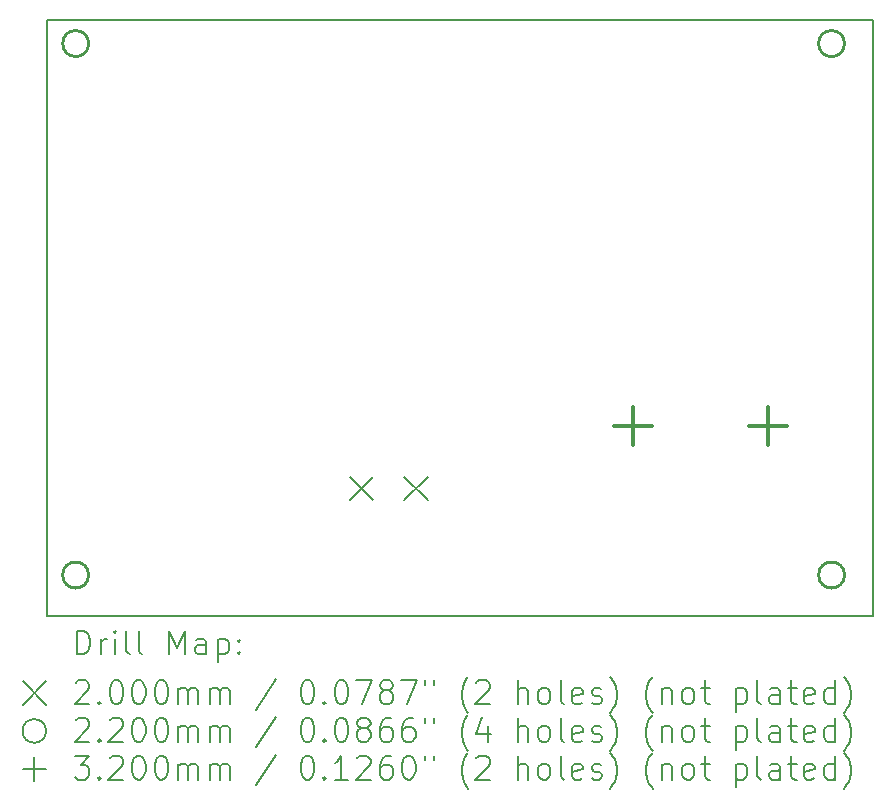
<source format=gbr>
%TF.GenerationSoftware,KiCad,Pcbnew,8.0.1*%
%TF.CreationDate,2024-05-05T16:58:02-04:00*%
%TF.ProjectId,arm,61726d2e-6b69-4636-9164-5f7063625858,rev?*%
%TF.SameCoordinates,Original*%
%TF.FileFunction,Drillmap*%
%TF.FilePolarity,Positive*%
%FSLAX45Y45*%
G04 Gerber Fmt 4.5, Leading zero omitted, Abs format (unit mm)*
G04 Created by KiCad (PCBNEW 8.0.1) date 2024-05-05 16:58:02*
%MOMM*%
%LPD*%
G01*
G04 APERTURE LIST*
%ADD10C,0.200000*%
%ADD11C,0.220000*%
%ADD12C,0.320000*%
G04 APERTURE END LIST*
D10*
X7210000Y-6700000D02*
X14200000Y-6700000D01*
X14200000Y-11750000D01*
X7210000Y-11750000D01*
X7210000Y-6700000D01*
X9770000Y-10567500D02*
X9970000Y-10767500D01*
X9970000Y-10567500D02*
X9770000Y-10767500D01*
X10230000Y-10567500D02*
X10430000Y-10767500D01*
X10430000Y-10567500D02*
X10230000Y-10767500D01*
D11*
X7560000Y-6900000D02*
G75*
G02*
X7340000Y-6900000I-110000J0D01*
G01*
X7340000Y-6900000D02*
G75*
G02*
X7560000Y-6900000I110000J0D01*
G01*
X7560000Y-11400000D02*
G75*
G02*
X7340000Y-11400000I-110000J0D01*
G01*
X7340000Y-11400000D02*
G75*
G02*
X7560000Y-11400000I110000J0D01*
G01*
X13960000Y-6900000D02*
G75*
G02*
X13740000Y-6900000I-110000J0D01*
G01*
X13740000Y-6900000D02*
G75*
G02*
X13960000Y-6900000I110000J0D01*
G01*
X13960000Y-11400000D02*
G75*
G02*
X13740000Y-11400000I-110000J0D01*
G01*
X13740000Y-11400000D02*
G75*
G02*
X13960000Y-11400000I110000J0D01*
G01*
D12*
X12169000Y-9979000D02*
X12169000Y-10299000D01*
X12009000Y-10139000D02*
X12329000Y-10139000D01*
X13312000Y-9979000D02*
X13312000Y-10299000D01*
X13152000Y-10139000D02*
X13472000Y-10139000D01*
D10*
X7460777Y-12071484D02*
X7460777Y-11871484D01*
X7460777Y-11871484D02*
X7508396Y-11871484D01*
X7508396Y-11871484D02*
X7536967Y-11881008D01*
X7536967Y-11881008D02*
X7556015Y-11900055D01*
X7556015Y-11900055D02*
X7565539Y-11919103D01*
X7565539Y-11919103D02*
X7575062Y-11957198D01*
X7575062Y-11957198D02*
X7575062Y-11985769D01*
X7575062Y-11985769D02*
X7565539Y-12023865D01*
X7565539Y-12023865D02*
X7556015Y-12042912D01*
X7556015Y-12042912D02*
X7536967Y-12061960D01*
X7536967Y-12061960D02*
X7508396Y-12071484D01*
X7508396Y-12071484D02*
X7460777Y-12071484D01*
X7660777Y-12071484D02*
X7660777Y-11938150D01*
X7660777Y-11976246D02*
X7670301Y-11957198D01*
X7670301Y-11957198D02*
X7679824Y-11947674D01*
X7679824Y-11947674D02*
X7698872Y-11938150D01*
X7698872Y-11938150D02*
X7717920Y-11938150D01*
X7784586Y-12071484D02*
X7784586Y-11938150D01*
X7784586Y-11871484D02*
X7775062Y-11881008D01*
X7775062Y-11881008D02*
X7784586Y-11890531D01*
X7784586Y-11890531D02*
X7794110Y-11881008D01*
X7794110Y-11881008D02*
X7784586Y-11871484D01*
X7784586Y-11871484D02*
X7784586Y-11890531D01*
X7908396Y-12071484D02*
X7889348Y-12061960D01*
X7889348Y-12061960D02*
X7879824Y-12042912D01*
X7879824Y-12042912D02*
X7879824Y-11871484D01*
X8013158Y-12071484D02*
X7994110Y-12061960D01*
X7994110Y-12061960D02*
X7984586Y-12042912D01*
X7984586Y-12042912D02*
X7984586Y-11871484D01*
X8241729Y-12071484D02*
X8241729Y-11871484D01*
X8241729Y-11871484D02*
X8308396Y-12014341D01*
X8308396Y-12014341D02*
X8375062Y-11871484D01*
X8375062Y-11871484D02*
X8375062Y-12071484D01*
X8556015Y-12071484D02*
X8556015Y-11966722D01*
X8556015Y-11966722D02*
X8546491Y-11947674D01*
X8546491Y-11947674D02*
X8527444Y-11938150D01*
X8527444Y-11938150D02*
X8489348Y-11938150D01*
X8489348Y-11938150D02*
X8470301Y-11947674D01*
X8556015Y-12061960D02*
X8536967Y-12071484D01*
X8536967Y-12071484D02*
X8489348Y-12071484D01*
X8489348Y-12071484D02*
X8470301Y-12061960D01*
X8470301Y-12061960D02*
X8460777Y-12042912D01*
X8460777Y-12042912D02*
X8460777Y-12023865D01*
X8460777Y-12023865D02*
X8470301Y-12004817D01*
X8470301Y-12004817D02*
X8489348Y-11995293D01*
X8489348Y-11995293D02*
X8536967Y-11995293D01*
X8536967Y-11995293D02*
X8556015Y-11985769D01*
X8651253Y-11938150D02*
X8651253Y-12138150D01*
X8651253Y-11947674D02*
X8670301Y-11938150D01*
X8670301Y-11938150D02*
X8708396Y-11938150D01*
X8708396Y-11938150D02*
X8727444Y-11947674D01*
X8727444Y-11947674D02*
X8736967Y-11957198D01*
X8736967Y-11957198D02*
X8746491Y-11976246D01*
X8746491Y-11976246D02*
X8746491Y-12033388D01*
X8746491Y-12033388D02*
X8736967Y-12052436D01*
X8736967Y-12052436D02*
X8727444Y-12061960D01*
X8727444Y-12061960D02*
X8708396Y-12071484D01*
X8708396Y-12071484D02*
X8670301Y-12071484D01*
X8670301Y-12071484D02*
X8651253Y-12061960D01*
X8832205Y-12052436D02*
X8841729Y-12061960D01*
X8841729Y-12061960D02*
X8832205Y-12071484D01*
X8832205Y-12071484D02*
X8822682Y-12061960D01*
X8822682Y-12061960D02*
X8832205Y-12052436D01*
X8832205Y-12052436D02*
X8832205Y-12071484D01*
X8832205Y-11947674D02*
X8841729Y-11957198D01*
X8841729Y-11957198D02*
X8832205Y-11966722D01*
X8832205Y-11966722D02*
X8822682Y-11957198D01*
X8822682Y-11957198D02*
X8832205Y-11947674D01*
X8832205Y-11947674D02*
X8832205Y-11966722D01*
X7000000Y-12300000D02*
X7200000Y-12500000D01*
X7200000Y-12300000D02*
X7000000Y-12500000D01*
X7451253Y-12310531D02*
X7460777Y-12301008D01*
X7460777Y-12301008D02*
X7479824Y-12291484D01*
X7479824Y-12291484D02*
X7527443Y-12291484D01*
X7527443Y-12291484D02*
X7546491Y-12301008D01*
X7546491Y-12301008D02*
X7556015Y-12310531D01*
X7556015Y-12310531D02*
X7565539Y-12329579D01*
X7565539Y-12329579D02*
X7565539Y-12348627D01*
X7565539Y-12348627D02*
X7556015Y-12377198D01*
X7556015Y-12377198D02*
X7441729Y-12491484D01*
X7441729Y-12491484D02*
X7565539Y-12491484D01*
X7651253Y-12472436D02*
X7660777Y-12481960D01*
X7660777Y-12481960D02*
X7651253Y-12491484D01*
X7651253Y-12491484D02*
X7641729Y-12481960D01*
X7641729Y-12481960D02*
X7651253Y-12472436D01*
X7651253Y-12472436D02*
X7651253Y-12491484D01*
X7784586Y-12291484D02*
X7803634Y-12291484D01*
X7803634Y-12291484D02*
X7822682Y-12301008D01*
X7822682Y-12301008D02*
X7832205Y-12310531D01*
X7832205Y-12310531D02*
X7841729Y-12329579D01*
X7841729Y-12329579D02*
X7851253Y-12367674D01*
X7851253Y-12367674D02*
X7851253Y-12415293D01*
X7851253Y-12415293D02*
X7841729Y-12453388D01*
X7841729Y-12453388D02*
X7832205Y-12472436D01*
X7832205Y-12472436D02*
X7822682Y-12481960D01*
X7822682Y-12481960D02*
X7803634Y-12491484D01*
X7803634Y-12491484D02*
X7784586Y-12491484D01*
X7784586Y-12491484D02*
X7765539Y-12481960D01*
X7765539Y-12481960D02*
X7756015Y-12472436D01*
X7756015Y-12472436D02*
X7746491Y-12453388D01*
X7746491Y-12453388D02*
X7736967Y-12415293D01*
X7736967Y-12415293D02*
X7736967Y-12367674D01*
X7736967Y-12367674D02*
X7746491Y-12329579D01*
X7746491Y-12329579D02*
X7756015Y-12310531D01*
X7756015Y-12310531D02*
X7765539Y-12301008D01*
X7765539Y-12301008D02*
X7784586Y-12291484D01*
X7975062Y-12291484D02*
X7994110Y-12291484D01*
X7994110Y-12291484D02*
X8013158Y-12301008D01*
X8013158Y-12301008D02*
X8022682Y-12310531D01*
X8022682Y-12310531D02*
X8032205Y-12329579D01*
X8032205Y-12329579D02*
X8041729Y-12367674D01*
X8041729Y-12367674D02*
X8041729Y-12415293D01*
X8041729Y-12415293D02*
X8032205Y-12453388D01*
X8032205Y-12453388D02*
X8022682Y-12472436D01*
X8022682Y-12472436D02*
X8013158Y-12481960D01*
X8013158Y-12481960D02*
X7994110Y-12491484D01*
X7994110Y-12491484D02*
X7975062Y-12491484D01*
X7975062Y-12491484D02*
X7956015Y-12481960D01*
X7956015Y-12481960D02*
X7946491Y-12472436D01*
X7946491Y-12472436D02*
X7936967Y-12453388D01*
X7936967Y-12453388D02*
X7927443Y-12415293D01*
X7927443Y-12415293D02*
X7927443Y-12367674D01*
X7927443Y-12367674D02*
X7936967Y-12329579D01*
X7936967Y-12329579D02*
X7946491Y-12310531D01*
X7946491Y-12310531D02*
X7956015Y-12301008D01*
X7956015Y-12301008D02*
X7975062Y-12291484D01*
X8165539Y-12291484D02*
X8184586Y-12291484D01*
X8184586Y-12291484D02*
X8203634Y-12301008D01*
X8203634Y-12301008D02*
X8213158Y-12310531D01*
X8213158Y-12310531D02*
X8222682Y-12329579D01*
X8222682Y-12329579D02*
X8232205Y-12367674D01*
X8232205Y-12367674D02*
X8232205Y-12415293D01*
X8232205Y-12415293D02*
X8222682Y-12453388D01*
X8222682Y-12453388D02*
X8213158Y-12472436D01*
X8213158Y-12472436D02*
X8203634Y-12481960D01*
X8203634Y-12481960D02*
X8184586Y-12491484D01*
X8184586Y-12491484D02*
X8165539Y-12491484D01*
X8165539Y-12491484D02*
X8146491Y-12481960D01*
X8146491Y-12481960D02*
X8136967Y-12472436D01*
X8136967Y-12472436D02*
X8127443Y-12453388D01*
X8127443Y-12453388D02*
X8117920Y-12415293D01*
X8117920Y-12415293D02*
X8117920Y-12367674D01*
X8117920Y-12367674D02*
X8127443Y-12329579D01*
X8127443Y-12329579D02*
X8136967Y-12310531D01*
X8136967Y-12310531D02*
X8146491Y-12301008D01*
X8146491Y-12301008D02*
X8165539Y-12291484D01*
X8317920Y-12491484D02*
X8317920Y-12358150D01*
X8317920Y-12377198D02*
X8327443Y-12367674D01*
X8327443Y-12367674D02*
X8346491Y-12358150D01*
X8346491Y-12358150D02*
X8375063Y-12358150D01*
X8375063Y-12358150D02*
X8394110Y-12367674D01*
X8394110Y-12367674D02*
X8403634Y-12386722D01*
X8403634Y-12386722D02*
X8403634Y-12491484D01*
X8403634Y-12386722D02*
X8413158Y-12367674D01*
X8413158Y-12367674D02*
X8432205Y-12358150D01*
X8432205Y-12358150D02*
X8460777Y-12358150D01*
X8460777Y-12358150D02*
X8479825Y-12367674D01*
X8479825Y-12367674D02*
X8489348Y-12386722D01*
X8489348Y-12386722D02*
X8489348Y-12491484D01*
X8584586Y-12491484D02*
X8584586Y-12358150D01*
X8584586Y-12377198D02*
X8594110Y-12367674D01*
X8594110Y-12367674D02*
X8613158Y-12358150D01*
X8613158Y-12358150D02*
X8641729Y-12358150D01*
X8641729Y-12358150D02*
X8660777Y-12367674D01*
X8660777Y-12367674D02*
X8670301Y-12386722D01*
X8670301Y-12386722D02*
X8670301Y-12491484D01*
X8670301Y-12386722D02*
X8679825Y-12367674D01*
X8679825Y-12367674D02*
X8698872Y-12358150D01*
X8698872Y-12358150D02*
X8727444Y-12358150D01*
X8727444Y-12358150D02*
X8746491Y-12367674D01*
X8746491Y-12367674D02*
X8756015Y-12386722D01*
X8756015Y-12386722D02*
X8756015Y-12491484D01*
X9146491Y-12281960D02*
X8975063Y-12539103D01*
X9403634Y-12291484D02*
X9422682Y-12291484D01*
X9422682Y-12291484D02*
X9441729Y-12301008D01*
X9441729Y-12301008D02*
X9451253Y-12310531D01*
X9451253Y-12310531D02*
X9460777Y-12329579D01*
X9460777Y-12329579D02*
X9470301Y-12367674D01*
X9470301Y-12367674D02*
X9470301Y-12415293D01*
X9470301Y-12415293D02*
X9460777Y-12453388D01*
X9460777Y-12453388D02*
X9451253Y-12472436D01*
X9451253Y-12472436D02*
X9441729Y-12481960D01*
X9441729Y-12481960D02*
X9422682Y-12491484D01*
X9422682Y-12491484D02*
X9403634Y-12491484D01*
X9403634Y-12491484D02*
X9384587Y-12481960D01*
X9384587Y-12481960D02*
X9375063Y-12472436D01*
X9375063Y-12472436D02*
X9365539Y-12453388D01*
X9365539Y-12453388D02*
X9356015Y-12415293D01*
X9356015Y-12415293D02*
X9356015Y-12367674D01*
X9356015Y-12367674D02*
X9365539Y-12329579D01*
X9365539Y-12329579D02*
X9375063Y-12310531D01*
X9375063Y-12310531D02*
X9384587Y-12301008D01*
X9384587Y-12301008D02*
X9403634Y-12291484D01*
X9556015Y-12472436D02*
X9565539Y-12481960D01*
X9565539Y-12481960D02*
X9556015Y-12491484D01*
X9556015Y-12491484D02*
X9546491Y-12481960D01*
X9546491Y-12481960D02*
X9556015Y-12472436D01*
X9556015Y-12472436D02*
X9556015Y-12491484D01*
X9689348Y-12291484D02*
X9708396Y-12291484D01*
X9708396Y-12291484D02*
X9727444Y-12301008D01*
X9727444Y-12301008D02*
X9736968Y-12310531D01*
X9736968Y-12310531D02*
X9746491Y-12329579D01*
X9746491Y-12329579D02*
X9756015Y-12367674D01*
X9756015Y-12367674D02*
X9756015Y-12415293D01*
X9756015Y-12415293D02*
X9746491Y-12453388D01*
X9746491Y-12453388D02*
X9736968Y-12472436D01*
X9736968Y-12472436D02*
X9727444Y-12481960D01*
X9727444Y-12481960D02*
X9708396Y-12491484D01*
X9708396Y-12491484D02*
X9689348Y-12491484D01*
X9689348Y-12491484D02*
X9670301Y-12481960D01*
X9670301Y-12481960D02*
X9660777Y-12472436D01*
X9660777Y-12472436D02*
X9651253Y-12453388D01*
X9651253Y-12453388D02*
X9641729Y-12415293D01*
X9641729Y-12415293D02*
X9641729Y-12367674D01*
X9641729Y-12367674D02*
X9651253Y-12329579D01*
X9651253Y-12329579D02*
X9660777Y-12310531D01*
X9660777Y-12310531D02*
X9670301Y-12301008D01*
X9670301Y-12301008D02*
X9689348Y-12291484D01*
X9822682Y-12291484D02*
X9956015Y-12291484D01*
X9956015Y-12291484D02*
X9870301Y-12491484D01*
X10060777Y-12377198D02*
X10041729Y-12367674D01*
X10041729Y-12367674D02*
X10032206Y-12358150D01*
X10032206Y-12358150D02*
X10022682Y-12339103D01*
X10022682Y-12339103D02*
X10022682Y-12329579D01*
X10022682Y-12329579D02*
X10032206Y-12310531D01*
X10032206Y-12310531D02*
X10041729Y-12301008D01*
X10041729Y-12301008D02*
X10060777Y-12291484D01*
X10060777Y-12291484D02*
X10098872Y-12291484D01*
X10098872Y-12291484D02*
X10117920Y-12301008D01*
X10117920Y-12301008D02*
X10127444Y-12310531D01*
X10127444Y-12310531D02*
X10136968Y-12329579D01*
X10136968Y-12329579D02*
X10136968Y-12339103D01*
X10136968Y-12339103D02*
X10127444Y-12358150D01*
X10127444Y-12358150D02*
X10117920Y-12367674D01*
X10117920Y-12367674D02*
X10098872Y-12377198D01*
X10098872Y-12377198D02*
X10060777Y-12377198D01*
X10060777Y-12377198D02*
X10041729Y-12386722D01*
X10041729Y-12386722D02*
X10032206Y-12396246D01*
X10032206Y-12396246D02*
X10022682Y-12415293D01*
X10022682Y-12415293D02*
X10022682Y-12453388D01*
X10022682Y-12453388D02*
X10032206Y-12472436D01*
X10032206Y-12472436D02*
X10041729Y-12481960D01*
X10041729Y-12481960D02*
X10060777Y-12491484D01*
X10060777Y-12491484D02*
X10098872Y-12491484D01*
X10098872Y-12491484D02*
X10117920Y-12481960D01*
X10117920Y-12481960D02*
X10127444Y-12472436D01*
X10127444Y-12472436D02*
X10136968Y-12453388D01*
X10136968Y-12453388D02*
X10136968Y-12415293D01*
X10136968Y-12415293D02*
X10127444Y-12396246D01*
X10127444Y-12396246D02*
X10117920Y-12386722D01*
X10117920Y-12386722D02*
X10098872Y-12377198D01*
X10203634Y-12291484D02*
X10336968Y-12291484D01*
X10336968Y-12291484D02*
X10251253Y-12491484D01*
X10403634Y-12291484D02*
X10403634Y-12329579D01*
X10479825Y-12291484D02*
X10479825Y-12329579D01*
X10775063Y-12567674D02*
X10765539Y-12558150D01*
X10765539Y-12558150D02*
X10746491Y-12529579D01*
X10746491Y-12529579D02*
X10736968Y-12510531D01*
X10736968Y-12510531D02*
X10727444Y-12481960D01*
X10727444Y-12481960D02*
X10717920Y-12434341D01*
X10717920Y-12434341D02*
X10717920Y-12396246D01*
X10717920Y-12396246D02*
X10727444Y-12348627D01*
X10727444Y-12348627D02*
X10736968Y-12320055D01*
X10736968Y-12320055D02*
X10746491Y-12301008D01*
X10746491Y-12301008D02*
X10765539Y-12272436D01*
X10765539Y-12272436D02*
X10775063Y-12262912D01*
X10841730Y-12310531D02*
X10851253Y-12301008D01*
X10851253Y-12301008D02*
X10870301Y-12291484D01*
X10870301Y-12291484D02*
X10917920Y-12291484D01*
X10917920Y-12291484D02*
X10936968Y-12301008D01*
X10936968Y-12301008D02*
X10946491Y-12310531D01*
X10946491Y-12310531D02*
X10956015Y-12329579D01*
X10956015Y-12329579D02*
X10956015Y-12348627D01*
X10956015Y-12348627D02*
X10946491Y-12377198D01*
X10946491Y-12377198D02*
X10832206Y-12491484D01*
X10832206Y-12491484D02*
X10956015Y-12491484D01*
X11194110Y-12491484D02*
X11194110Y-12291484D01*
X11279825Y-12491484D02*
X11279825Y-12386722D01*
X11279825Y-12386722D02*
X11270301Y-12367674D01*
X11270301Y-12367674D02*
X11251253Y-12358150D01*
X11251253Y-12358150D02*
X11222682Y-12358150D01*
X11222682Y-12358150D02*
X11203634Y-12367674D01*
X11203634Y-12367674D02*
X11194110Y-12377198D01*
X11403634Y-12491484D02*
X11384587Y-12481960D01*
X11384587Y-12481960D02*
X11375063Y-12472436D01*
X11375063Y-12472436D02*
X11365539Y-12453388D01*
X11365539Y-12453388D02*
X11365539Y-12396246D01*
X11365539Y-12396246D02*
X11375063Y-12377198D01*
X11375063Y-12377198D02*
X11384587Y-12367674D01*
X11384587Y-12367674D02*
X11403634Y-12358150D01*
X11403634Y-12358150D02*
X11432206Y-12358150D01*
X11432206Y-12358150D02*
X11451253Y-12367674D01*
X11451253Y-12367674D02*
X11460777Y-12377198D01*
X11460777Y-12377198D02*
X11470301Y-12396246D01*
X11470301Y-12396246D02*
X11470301Y-12453388D01*
X11470301Y-12453388D02*
X11460777Y-12472436D01*
X11460777Y-12472436D02*
X11451253Y-12481960D01*
X11451253Y-12481960D02*
X11432206Y-12491484D01*
X11432206Y-12491484D02*
X11403634Y-12491484D01*
X11584587Y-12491484D02*
X11565539Y-12481960D01*
X11565539Y-12481960D02*
X11556015Y-12462912D01*
X11556015Y-12462912D02*
X11556015Y-12291484D01*
X11736968Y-12481960D02*
X11717920Y-12491484D01*
X11717920Y-12491484D02*
X11679825Y-12491484D01*
X11679825Y-12491484D02*
X11660777Y-12481960D01*
X11660777Y-12481960D02*
X11651253Y-12462912D01*
X11651253Y-12462912D02*
X11651253Y-12386722D01*
X11651253Y-12386722D02*
X11660777Y-12367674D01*
X11660777Y-12367674D02*
X11679825Y-12358150D01*
X11679825Y-12358150D02*
X11717920Y-12358150D01*
X11717920Y-12358150D02*
X11736968Y-12367674D01*
X11736968Y-12367674D02*
X11746491Y-12386722D01*
X11746491Y-12386722D02*
X11746491Y-12405769D01*
X11746491Y-12405769D02*
X11651253Y-12424817D01*
X11822682Y-12481960D02*
X11841730Y-12491484D01*
X11841730Y-12491484D02*
X11879825Y-12491484D01*
X11879825Y-12491484D02*
X11898872Y-12481960D01*
X11898872Y-12481960D02*
X11908396Y-12462912D01*
X11908396Y-12462912D02*
X11908396Y-12453388D01*
X11908396Y-12453388D02*
X11898872Y-12434341D01*
X11898872Y-12434341D02*
X11879825Y-12424817D01*
X11879825Y-12424817D02*
X11851253Y-12424817D01*
X11851253Y-12424817D02*
X11832206Y-12415293D01*
X11832206Y-12415293D02*
X11822682Y-12396246D01*
X11822682Y-12396246D02*
X11822682Y-12386722D01*
X11822682Y-12386722D02*
X11832206Y-12367674D01*
X11832206Y-12367674D02*
X11851253Y-12358150D01*
X11851253Y-12358150D02*
X11879825Y-12358150D01*
X11879825Y-12358150D02*
X11898872Y-12367674D01*
X11975063Y-12567674D02*
X11984587Y-12558150D01*
X11984587Y-12558150D02*
X12003634Y-12529579D01*
X12003634Y-12529579D02*
X12013158Y-12510531D01*
X12013158Y-12510531D02*
X12022682Y-12481960D01*
X12022682Y-12481960D02*
X12032206Y-12434341D01*
X12032206Y-12434341D02*
X12032206Y-12396246D01*
X12032206Y-12396246D02*
X12022682Y-12348627D01*
X12022682Y-12348627D02*
X12013158Y-12320055D01*
X12013158Y-12320055D02*
X12003634Y-12301008D01*
X12003634Y-12301008D02*
X11984587Y-12272436D01*
X11984587Y-12272436D02*
X11975063Y-12262912D01*
X12336968Y-12567674D02*
X12327444Y-12558150D01*
X12327444Y-12558150D02*
X12308396Y-12529579D01*
X12308396Y-12529579D02*
X12298872Y-12510531D01*
X12298872Y-12510531D02*
X12289349Y-12481960D01*
X12289349Y-12481960D02*
X12279825Y-12434341D01*
X12279825Y-12434341D02*
X12279825Y-12396246D01*
X12279825Y-12396246D02*
X12289349Y-12348627D01*
X12289349Y-12348627D02*
X12298872Y-12320055D01*
X12298872Y-12320055D02*
X12308396Y-12301008D01*
X12308396Y-12301008D02*
X12327444Y-12272436D01*
X12327444Y-12272436D02*
X12336968Y-12262912D01*
X12413158Y-12358150D02*
X12413158Y-12491484D01*
X12413158Y-12377198D02*
X12422682Y-12367674D01*
X12422682Y-12367674D02*
X12441730Y-12358150D01*
X12441730Y-12358150D02*
X12470301Y-12358150D01*
X12470301Y-12358150D02*
X12489349Y-12367674D01*
X12489349Y-12367674D02*
X12498872Y-12386722D01*
X12498872Y-12386722D02*
X12498872Y-12491484D01*
X12622682Y-12491484D02*
X12603634Y-12481960D01*
X12603634Y-12481960D02*
X12594111Y-12472436D01*
X12594111Y-12472436D02*
X12584587Y-12453388D01*
X12584587Y-12453388D02*
X12584587Y-12396246D01*
X12584587Y-12396246D02*
X12594111Y-12377198D01*
X12594111Y-12377198D02*
X12603634Y-12367674D01*
X12603634Y-12367674D02*
X12622682Y-12358150D01*
X12622682Y-12358150D02*
X12651253Y-12358150D01*
X12651253Y-12358150D02*
X12670301Y-12367674D01*
X12670301Y-12367674D02*
X12679825Y-12377198D01*
X12679825Y-12377198D02*
X12689349Y-12396246D01*
X12689349Y-12396246D02*
X12689349Y-12453388D01*
X12689349Y-12453388D02*
X12679825Y-12472436D01*
X12679825Y-12472436D02*
X12670301Y-12481960D01*
X12670301Y-12481960D02*
X12651253Y-12491484D01*
X12651253Y-12491484D02*
X12622682Y-12491484D01*
X12746492Y-12358150D02*
X12822682Y-12358150D01*
X12775063Y-12291484D02*
X12775063Y-12462912D01*
X12775063Y-12462912D02*
X12784587Y-12481960D01*
X12784587Y-12481960D02*
X12803634Y-12491484D01*
X12803634Y-12491484D02*
X12822682Y-12491484D01*
X13041730Y-12358150D02*
X13041730Y-12558150D01*
X13041730Y-12367674D02*
X13060777Y-12358150D01*
X13060777Y-12358150D02*
X13098873Y-12358150D01*
X13098873Y-12358150D02*
X13117920Y-12367674D01*
X13117920Y-12367674D02*
X13127444Y-12377198D01*
X13127444Y-12377198D02*
X13136968Y-12396246D01*
X13136968Y-12396246D02*
X13136968Y-12453388D01*
X13136968Y-12453388D02*
X13127444Y-12472436D01*
X13127444Y-12472436D02*
X13117920Y-12481960D01*
X13117920Y-12481960D02*
X13098873Y-12491484D01*
X13098873Y-12491484D02*
X13060777Y-12491484D01*
X13060777Y-12491484D02*
X13041730Y-12481960D01*
X13251253Y-12491484D02*
X13232206Y-12481960D01*
X13232206Y-12481960D02*
X13222682Y-12462912D01*
X13222682Y-12462912D02*
X13222682Y-12291484D01*
X13413158Y-12491484D02*
X13413158Y-12386722D01*
X13413158Y-12386722D02*
X13403634Y-12367674D01*
X13403634Y-12367674D02*
X13384587Y-12358150D01*
X13384587Y-12358150D02*
X13346492Y-12358150D01*
X13346492Y-12358150D02*
X13327444Y-12367674D01*
X13413158Y-12481960D02*
X13394111Y-12491484D01*
X13394111Y-12491484D02*
X13346492Y-12491484D01*
X13346492Y-12491484D02*
X13327444Y-12481960D01*
X13327444Y-12481960D02*
X13317920Y-12462912D01*
X13317920Y-12462912D02*
X13317920Y-12443865D01*
X13317920Y-12443865D02*
X13327444Y-12424817D01*
X13327444Y-12424817D02*
X13346492Y-12415293D01*
X13346492Y-12415293D02*
X13394111Y-12415293D01*
X13394111Y-12415293D02*
X13413158Y-12405769D01*
X13479825Y-12358150D02*
X13556015Y-12358150D01*
X13508396Y-12291484D02*
X13508396Y-12462912D01*
X13508396Y-12462912D02*
X13517920Y-12481960D01*
X13517920Y-12481960D02*
X13536968Y-12491484D01*
X13536968Y-12491484D02*
X13556015Y-12491484D01*
X13698873Y-12481960D02*
X13679825Y-12491484D01*
X13679825Y-12491484D02*
X13641730Y-12491484D01*
X13641730Y-12491484D02*
X13622682Y-12481960D01*
X13622682Y-12481960D02*
X13613158Y-12462912D01*
X13613158Y-12462912D02*
X13613158Y-12386722D01*
X13613158Y-12386722D02*
X13622682Y-12367674D01*
X13622682Y-12367674D02*
X13641730Y-12358150D01*
X13641730Y-12358150D02*
X13679825Y-12358150D01*
X13679825Y-12358150D02*
X13698873Y-12367674D01*
X13698873Y-12367674D02*
X13708396Y-12386722D01*
X13708396Y-12386722D02*
X13708396Y-12405769D01*
X13708396Y-12405769D02*
X13613158Y-12424817D01*
X13879825Y-12491484D02*
X13879825Y-12291484D01*
X13879825Y-12481960D02*
X13860777Y-12491484D01*
X13860777Y-12491484D02*
X13822682Y-12491484D01*
X13822682Y-12491484D02*
X13803634Y-12481960D01*
X13803634Y-12481960D02*
X13794111Y-12472436D01*
X13794111Y-12472436D02*
X13784587Y-12453388D01*
X13784587Y-12453388D02*
X13784587Y-12396246D01*
X13784587Y-12396246D02*
X13794111Y-12377198D01*
X13794111Y-12377198D02*
X13803634Y-12367674D01*
X13803634Y-12367674D02*
X13822682Y-12358150D01*
X13822682Y-12358150D02*
X13860777Y-12358150D01*
X13860777Y-12358150D02*
X13879825Y-12367674D01*
X13956015Y-12567674D02*
X13965539Y-12558150D01*
X13965539Y-12558150D02*
X13984587Y-12529579D01*
X13984587Y-12529579D02*
X13994111Y-12510531D01*
X13994111Y-12510531D02*
X14003634Y-12481960D01*
X14003634Y-12481960D02*
X14013158Y-12434341D01*
X14013158Y-12434341D02*
X14013158Y-12396246D01*
X14013158Y-12396246D02*
X14003634Y-12348627D01*
X14003634Y-12348627D02*
X13994111Y-12320055D01*
X13994111Y-12320055D02*
X13984587Y-12301008D01*
X13984587Y-12301008D02*
X13965539Y-12272436D01*
X13965539Y-12272436D02*
X13956015Y-12262912D01*
X7200000Y-12720000D02*
G75*
G02*
X7000000Y-12720000I-100000J0D01*
G01*
X7000000Y-12720000D02*
G75*
G02*
X7200000Y-12720000I100000J0D01*
G01*
X7451253Y-12630531D02*
X7460777Y-12621008D01*
X7460777Y-12621008D02*
X7479824Y-12611484D01*
X7479824Y-12611484D02*
X7527443Y-12611484D01*
X7527443Y-12611484D02*
X7546491Y-12621008D01*
X7546491Y-12621008D02*
X7556015Y-12630531D01*
X7556015Y-12630531D02*
X7565539Y-12649579D01*
X7565539Y-12649579D02*
X7565539Y-12668627D01*
X7565539Y-12668627D02*
X7556015Y-12697198D01*
X7556015Y-12697198D02*
X7441729Y-12811484D01*
X7441729Y-12811484D02*
X7565539Y-12811484D01*
X7651253Y-12792436D02*
X7660777Y-12801960D01*
X7660777Y-12801960D02*
X7651253Y-12811484D01*
X7651253Y-12811484D02*
X7641729Y-12801960D01*
X7641729Y-12801960D02*
X7651253Y-12792436D01*
X7651253Y-12792436D02*
X7651253Y-12811484D01*
X7736967Y-12630531D02*
X7746491Y-12621008D01*
X7746491Y-12621008D02*
X7765539Y-12611484D01*
X7765539Y-12611484D02*
X7813158Y-12611484D01*
X7813158Y-12611484D02*
X7832205Y-12621008D01*
X7832205Y-12621008D02*
X7841729Y-12630531D01*
X7841729Y-12630531D02*
X7851253Y-12649579D01*
X7851253Y-12649579D02*
X7851253Y-12668627D01*
X7851253Y-12668627D02*
X7841729Y-12697198D01*
X7841729Y-12697198D02*
X7727443Y-12811484D01*
X7727443Y-12811484D02*
X7851253Y-12811484D01*
X7975062Y-12611484D02*
X7994110Y-12611484D01*
X7994110Y-12611484D02*
X8013158Y-12621008D01*
X8013158Y-12621008D02*
X8022682Y-12630531D01*
X8022682Y-12630531D02*
X8032205Y-12649579D01*
X8032205Y-12649579D02*
X8041729Y-12687674D01*
X8041729Y-12687674D02*
X8041729Y-12735293D01*
X8041729Y-12735293D02*
X8032205Y-12773388D01*
X8032205Y-12773388D02*
X8022682Y-12792436D01*
X8022682Y-12792436D02*
X8013158Y-12801960D01*
X8013158Y-12801960D02*
X7994110Y-12811484D01*
X7994110Y-12811484D02*
X7975062Y-12811484D01*
X7975062Y-12811484D02*
X7956015Y-12801960D01*
X7956015Y-12801960D02*
X7946491Y-12792436D01*
X7946491Y-12792436D02*
X7936967Y-12773388D01*
X7936967Y-12773388D02*
X7927443Y-12735293D01*
X7927443Y-12735293D02*
X7927443Y-12687674D01*
X7927443Y-12687674D02*
X7936967Y-12649579D01*
X7936967Y-12649579D02*
X7946491Y-12630531D01*
X7946491Y-12630531D02*
X7956015Y-12621008D01*
X7956015Y-12621008D02*
X7975062Y-12611484D01*
X8165539Y-12611484D02*
X8184586Y-12611484D01*
X8184586Y-12611484D02*
X8203634Y-12621008D01*
X8203634Y-12621008D02*
X8213158Y-12630531D01*
X8213158Y-12630531D02*
X8222682Y-12649579D01*
X8222682Y-12649579D02*
X8232205Y-12687674D01*
X8232205Y-12687674D02*
X8232205Y-12735293D01*
X8232205Y-12735293D02*
X8222682Y-12773388D01*
X8222682Y-12773388D02*
X8213158Y-12792436D01*
X8213158Y-12792436D02*
X8203634Y-12801960D01*
X8203634Y-12801960D02*
X8184586Y-12811484D01*
X8184586Y-12811484D02*
X8165539Y-12811484D01*
X8165539Y-12811484D02*
X8146491Y-12801960D01*
X8146491Y-12801960D02*
X8136967Y-12792436D01*
X8136967Y-12792436D02*
X8127443Y-12773388D01*
X8127443Y-12773388D02*
X8117920Y-12735293D01*
X8117920Y-12735293D02*
X8117920Y-12687674D01*
X8117920Y-12687674D02*
X8127443Y-12649579D01*
X8127443Y-12649579D02*
X8136967Y-12630531D01*
X8136967Y-12630531D02*
X8146491Y-12621008D01*
X8146491Y-12621008D02*
X8165539Y-12611484D01*
X8317920Y-12811484D02*
X8317920Y-12678150D01*
X8317920Y-12697198D02*
X8327443Y-12687674D01*
X8327443Y-12687674D02*
X8346491Y-12678150D01*
X8346491Y-12678150D02*
X8375063Y-12678150D01*
X8375063Y-12678150D02*
X8394110Y-12687674D01*
X8394110Y-12687674D02*
X8403634Y-12706722D01*
X8403634Y-12706722D02*
X8403634Y-12811484D01*
X8403634Y-12706722D02*
X8413158Y-12687674D01*
X8413158Y-12687674D02*
X8432205Y-12678150D01*
X8432205Y-12678150D02*
X8460777Y-12678150D01*
X8460777Y-12678150D02*
X8479825Y-12687674D01*
X8479825Y-12687674D02*
X8489348Y-12706722D01*
X8489348Y-12706722D02*
X8489348Y-12811484D01*
X8584586Y-12811484D02*
X8584586Y-12678150D01*
X8584586Y-12697198D02*
X8594110Y-12687674D01*
X8594110Y-12687674D02*
X8613158Y-12678150D01*
X8613158Y-12678150D02*
X8641729Y-12678150D01*
X8641729Y-12678150D02*
X8660777Y-12687674D01*
X8660777Y-12687674D02*
X8670301Y-12706722D01*
X8670301Y-12706722D02*
X8670301Y-12811484D01*
X8670301Y-12706722D02*
X8679825Y-12687674D01*
X8679825Y-12687674D02*
X8698872Y-12678150D01*
X8698872Y-12678150D02*
X8727444Y-12678150D01*
X8727444Y-12678150D02*
X8746491Y-12687674D01*
X8746491Y-12687674D02*
X8756015Y-12706722D01*
X8756015Y-12706722D02*
X8756015Y-12811484D01*
X9146491Y-12601960D02*
X8975063Y-12859103D01*
X9403634Y-12611484D02*
X9422682Y-12611484D01*
X9422682Y-12611484D02*
X9441729Y-12621008D01*
X9441729Y-12621008D02*
X9451253Y-12630531D01*
X9451253Y-12630531D02*
X9460777Y-12649579D01*
X9460777Y-12649579D02*
X9470301Y-12687674D01*
X9470301Y-12687674D02*
X9470301Y-12735293D01*
X9470301Y-12735293D02*
X9460777Y-12773388D01*
X9460777Y-12773388D02*
X9451253Y-12792436D01*
X9451253Y-12792436D02*
X9441729Y-12801960D01*
X9441729Y-12801960D02*
X9422682Y-12811484D01*
X9422682Y-12811484D02*
X9403634Y-12811484D01*
X9403634Y-12811484D02*
X9384587Y-12801960D01*
X9384587Y-12801960D02*
X9375063Y-12792436D01*
X9375063Y-12792436D02*
X9365539Y-12773388D01*
X9365539Y-12773388D02*
X9356015Y-12735293D01*
X9356015Y-12735293D02*
X9356015Y-12687674D01*
X9356015Y-12687674D02*
X9365539Y-12649579D01*
X9365539Y-12649579D02*
X9375063Y-12630531D01*
X9375063Y-12630531D02*
X9384587Y-12621008D01*
X9384587Y-12621008D02*
X9403634Y-12611484D01*
X9556015Y-12792436D02*
X9565539Y-12801960D01*
X9565539Y-12801960D02*
X9556015Y-12811484D01*
X9556015Y-12811484D02*
X9546491Y-12801960D01*
X9546491Y-12801960D02*
X9556015Y-12792436D01*
X9556015Y-12792436D02*
X9556015Y-12811484D01*
X9689348Y-12611484D02*
X9708396Y-12611484D01*
X9708396Y-12611484D02*
X9727444Y-12621008D01*
X9727444Y-12621008D02*
X9736968Y-12630531D01*
X9736968Y-12630531D02*
X9746491Y-12649579D01*
X9746491Y-12649579D02*
X9756015Y-12687674D01*
X9756015Y-12687674D02*
X9756015Y-12735293D01*
X9756015Y-12735293D02*
X9746491Y-12773388D01*
X9746491Y-12773388D02*
X9736968Y-12792436D01*
X9736968Y-12792436D02*
X9727444Y-12801960D01*
X9727444Y-12801960D02*
X9708396Y-12811484D01*
X9708396Y-12811484D02*
X9689348Y-12811484D01*
X9689348Y-12811484D02*
X9670301Y-12801960D01*
X9670301Y-12801960D02*
X9660777Y-12792436D01*
X9660777Y-12792436D02*
X9651253Y-12773388D01*
X9651253Y-12773388D02*
X9641729Y-12735293D01*
X9641729Y-12735293D02*
X9641729Y-12687674D01*
X9641729Y-12687674D02*
X9651253Y-12649579D01*
X9651253Y-12649579D02*
X9660777Y-12630531D01*
X9660777Y-12630531D02*
X9670301Y-12621008D01*
X9670301Y-12621008D02*
X9689348Y-12611484D01*
X9870301Y-12697198D02*
X9851253Y-12687674D01*
X9851253Y-12687674D02*
X9841729Y-12678150D01*
X9841729Y-12678150D02*
X9832206Y-12659103D01*
X9832206Y-12659103D02*
X9832206Y-12649579D01*
X9832206Y-12649579D02*
X9841729Y-12630531D01*
X9841729Y-12630531D02*
X9851253Y-12621008D01*
X9851253Y-12621008D02*
X9870301Y-12611484D01*
X9870301Y-12611484D02*
X9908396Y-12611484D01*
X9908396Y-12611484D02*
X9927444Y-12621008D01*
X9927444Y-12621008D02*
X9936968Y-12630531D01*
X9936968Y-12630531D02*
X9946491Y-12649579D01*
X9946491Y-12649579D02*
X9946491Y-12659103D01*
X9946491Y-12659103D02*
X9936968Y-12678150D01*
X9936968Y-12678150D02*
X9927444Y-12687674D01*
X9927444Y-12687674D02*
X9908396Y-12697198D01*
X9908396Y-12697198D02*
X9870301Y-12697198D01*
X9870301Y-12697198D02*
X9851253Y-12706722D01*
X9851253Y-12706722D02*
X9841729Y-12716246D01*
X9841729Y-12716246D02*
X9832206Y-12735293D01*
X9832206Y-12735293D02*
X9832206Y-12773388D01*
X9832206Y-12773388D02*
X9841729Y-12792436D01*
X9841729Y-12792436D02*
X9851253Y-12801960D01*
X9851253Y-12801960D02*
X9870301Y-12811484D01*
X9870301Y-12811484D02*
X9908396Y-12811484D01*
X9908396Y-12811484D02*
X9927444Y-12801960D01*
X9927444Y-12801960D02*
X9936968Y-12792436D01*
X9936968Y-12792436D02*
X9946491Y-12773388D01*
X9946491Y-12773388D02*
X9946491Y-12735293D01*
X9946491Y-12735293D02*
X9936968Y-12716246D01*
X9936968Y-12716246D02*
X9927444Y-12706722D01*
X9927444Y-12706722D02*
X9908396Y-12697198D01*
X10117920Y-12611484D02*
X10079825Y-12611484D01*
X10079825Y-12611484D02*
X10060777Y-12621008D01*
X10060777Y-12621008D02*
X10051253Y-12630531D01*
X10051253Y-12630531D02*
X10032206Y-12659103D01*
X10032206Y-12659103D02*
X10022682Y-12697198D01*
X10022682Y-12697198D02*
X10022682Y-12773388D01*
X10022682Y-12773388D02*
X10032206Y-12792436D01*
X10032206Y-12792436D02*
X10041729Y-12801960D01*
X10041729Y-12801960D02*
X10060777Y-12811484D01*
X10060777Y-12811484D02*
X10098872Y-12811484D01*
X10098872Y-12811484D02*
X10117920Y-12801960D01*
X10117920Y-12801960D02*
X10127444Y-12792436D01*
X10127444Y-12792436D02*
X10136968Y-12773388D01*
X10136968Y-12773388D02*
X10136968Y-12725769D01*
X10136968Y-12725769D02*
X10127444Y-12706722D01*
X10127444Y-12706722D02*
X10117920Y-12697198D01*
X10117920Y-12697198D02*
X10098872Y-12687674D01*
X10098872Y-12687674D02*
X10060777Y-12687674D01*
X10060777Y-12687674D02*
X10041729Y-12697198D01*
X10041729Y-12697198D02*
X10032206Y-12706722D01*
X10032206Y-12706722D02*
X10022682Y-12725769D01*
X10308396Y-12611484D02*
X10270301Y-12611484D01*
X10270301Y-12611484D02*
X10251253Y-12621008D01*
X10251253Y-12621008D02*
X10241729Y-12630531D01*
X10241729Y-12630531D02*
X10222682Y-12659103D01*
X10222682Y-12659103D02*
X10213158Y-12697198D01*
X10213158Y-12697198D02*
X10213158Y-12773388D01*
X10213158Y-12773388D02*
X10222682Y-12792436D01*
X10222682Y-12792436D02*
X10232206Y-12801960D01*
X10232206Y-12801960D02*
X10251253Y-12811484D01*
X10251253Y-12811484D02*
X10289349Y-12811484D01*
X10289349Y-12811484D02*
X10308396Y-12801960D01*
X10308396Y-12801960D02*
X10317920Y-12792436D01*
X10317920Y-12792436D02*
X10327444Y-12773388D01*
X10327444Y-12773388D02*
X10327444Y-12725769D01*
X10327444Y-12725769D02*
X10317920Y-12706722D01*
X10317920Y-12706722D02*
X10308396Y-12697198D01*
X10308396Y-12697198D02*
X10289349Y-12687674D01*
X10289349Y-12687674D02*
X10251253Y-12687674D01*
X10251253Y-12687674D02*
X10232206Y-12697198D01*
X10232206Y-12697198D02*
X10222682Y-12706722D01*
X10222682Y-12706722D02*
X10213158Y-12725769D01*
X10403634Y-12611484D02*
X10403634Y-12649579D01*
X10479825Y-12611484D02*
X10479825Y-12649579D01*
X10775063Y-12887674D02*
X10765539Y-12878150D01*
X10765539Y-12878150D02*
X10746491Y-12849579D01*
X10746491Y-12849579D02*
X10736968Y-12830531D01*
X10736968Y-12830531D02*
X10727444Y-12801960D01*
X10727444Y-12801960D02*
X10717920Y-12754341D01*
X10717920Y-12754341D02*
X10717920Y-12716246D01*
X10717920Y-12716246D02*
X10727444Y-12668627D01*
X10727444Y-12668627D02*
X10736968Y-12640055D01*
X10736968Y-12640055D02*
X10746491Y-12621008D01*
X10746491Y-12621008D02*
X10765539Y-12592436D01*
X10765539Y-12592436D02*
X10775063Y-12582912D01*
X10936968Y-12678150D02*
X10936968Y-12811484D01*
X10889349Y-12601960D02*
X10841730Y-12744817D01*
X10841730Y-12744817D02*
X10965539Y-12744817D01*
X11194110Y-12811484D02*
X11194110Y-12611484D01*
X11279825Y-12811484D02*
X11279825Y-12706722D01*
X11279825Y-12706722D02*
X11270301Y-12687674D01*
X11270301Y-12687674D02*
X11251253Y-12678150D01*
X11251253Y-12678150D02*
X11222682Y-12678150D01*
X11222682Y-12678150D02*
X11203634Y-12687674D01*
X11203634Y-12687674D02*
X11194110Y-12697198D01*
X11403634Y-12811484D02*
X11384587Y-12801960D01*
X11384587Y-12801960D02*
X11375063Y-12792436D01*
X11375063Y-12792436D02*
X11365539Y-12773388D01*
X11365539Y-12773388D02*
X11365539Y-12716246D01*
X11365539Y-12716246D02*
X11375063Y-12697198D01*
X11375063Y-12697198D02*
X11384587Y-12687674D01*
X11384587Y-12687674D02*
X11403634Y-12678150D01*
X11403634Y-12678150D02*
X11432206Y-12678150D01*
X11432206Y-12678150D02*
X11451253Y-12687674D01*
X11451253Y-12687674D02*
X11460777Y-12697198D01*
X11460777Y-12697198D02*
X11470301Y-12716246D01*
X11470301Y-12716246D02*
X11470301Y-12773388D01*
X11470301Y-12773388D02*
X11460777Y-12792436D01*
X11460777Y-12792436D02*
X11451253Y-12801960D01*
X11451253Y-12801960D02*
X11432206Y-12811484D01*
X11432206Y-12811484D02*
X11403634Y-12811484D01*
X11584587Y-12811484D02*
X11565539Y-12801960D01*
X11565539Y-12801960D02*
X11556015Y-12782912D01*
X11556015Y-12782912D02*
X11556015Y-12611484D01*
X11736968Y-12801960D02*
X11717920Y-12811484D01*
X11717920Y-12811484D02*
X11679825Y-12811484D01*
X11679825Y-12811484D02*
X11660777Y-12801960D01*
X11660777Y-12801960D02*
X11651253Y-12782912D01*
X11651253Y-12782912D02*
X11651253Y-12706722D01*
X11651253Y-12706722D02*
X11660777Y-12687674D01*
X11660777Y-12687674D02*
X11679825Y-12678150D01*
X11679825Y-12678150D02*
X11717920Y-12678150D01*
X11717920Y-12678150D02*
X11736968Y-12687674D01*
X11736968Y-12687674D02*
X11746491Y-12706722D01*
X11746491Y-12706722D02*
X11746491Y-12725769D01*
X11746491Y-12725769D02*
X11651253Y-12744817D01*
X11822682Y-12801960D02*
X11841730Y-12811484D01*
X11841730Y-12811484D02*
X11879825Y-12811484D01*
X11879825Y-12811484D02*
X11898872Y-12801960D01*
X11898872Y-12801960D02*
X11908396Y-12782912D01*
X11908396Y-12782912D02*
X11908396Y-12773388D01*
X11908396Y-12773388D02*
X11898872Y-12754341D01*
X11898872Y-12754341D02*
X11879825Y-12744817D01*
X11879825Y-12744817D02*
X11851253Y-12744817D01*
X11851253Y-12744817D02*
X11832206Y-12735293D01*
X11832206Y-12735293D02*
X11822682Y-12716246D01*
X11822682Y-12716246D02*
X11822682Y-12706722D01*
X11822682Y-12706722D02*
X11832206Y-12687674D01*
X11832206Y-12687674D02*
X11851253Y-12678150D01*
X11851253Y-12678150D02*
X11879825Y-12678150D01*
X11879825Y-12678150D02*
X11898872Y-12687674D01*
X11975063Y-12887674D02*
X11984587Y-12878150D01*
X11984587Y-12878150D02*
X12003634Y-12849579D01*
X12003634Y-12849579D02*
X12013158Y-12830531D01*
X12013158Y-12830531D02*
X12022682Y-12801960D01*
X12022682Y-12801960D02*
X12032206Y-12754341D01*
X12032206Y-12754341D02*
X12032206Y-12716246D01*
X12032206Y-12716246D02*
X12022682Y-12668627D01*
X12022682Y-12668627D02*
X12013158Y-12640055D01*
X12013158Y-12640055D02*
X12003634Y-12621008D01*
X12003634Y-12621008D02*
X11984587Y-12592436D01*
X11984587Y-12592436D02*
X11975063Y-12582912D01*
X12336968Y-12887674D02*
X12327444Y-12878150D01*
X12327444Y-12878150D02*
X12308396Y-12849579D01*
X12308396Y-12849579D02*
X12298872Y-12830531D01*
X12298872Y-12830531D02*
X12289349Y-12801960D01*
X12289349Y-12801960D02*
X12279825Y-12754341D01*
X12279825Y-12754341D02*
X12279825Y-12716246D01*
X12279825Y-12716246D02*
X12289349Y-12668627D01*
X12289349Y-12668627D02*
X12298872Y-12640055D01*
X12298872Y-12640055D02*
X12308396Y-12621008D01*
X12308396Y-12621008D02*
X12327444Y-12592436D01*
X12327444Y-12592436D02*
X12336968Y-12582912D01*
X12413158Y-12678150D02*
X12413158Y-12811484D01*
X12413158Y-12697198D02*
X12422682Y-12687674D01*
X12422682Y-12687674D02*
X12441730Y-12678150D01*
X12441730Y-12678150D02*
X12470301Y-12678150D01*
X12470301Y-12678150D02*
X12489349Y-12687674D01*
X12489349Y-12687674D02*
X12498872Y-12706722D01*
X12498872Y-12706722D02*
X12498872Y-12811484D01*
X12622682Y-12811484D02*
X12603634Y-12801960D01*
X12603634Y-12801960D02*
X12594111Y-12792436D01*
X12594111Y-12792436D02*
X12584587Y-12773388D01*
X12584587Y-12773388D02*
X12584587Y-12716246D01*
X12584587Y-12716246D02*
X12594111Y-12697198D01*
X12594111Y-12697198D02*
X12603634Y-12687674D01*
X12603634Y-12687674D02*
X12622682Y-12678150D01*
X12622682Y-12678150D02*
X12651253Y-12678150D01*
X12651253Y-12678150D02*
X12670301Y-12687674D01*
X12670301Y-12687674D02*
X12679825Y-12697198D01*
X12679825Y-12697198D02*
X12689349Y-12716246D01*
X12689349Y-12716246D02*
X12689349Y-12773388D01*
X12689349Y-12773388D02*
X12679825Y-12792436D01*
X12679825Y-12792436D02*
X12670301Y-12801960D01*
X12670301Y-12801960D02*
X12651253Y-12811484D01*
X12651253Y-12811484D02*
X12622682Y-12811484D01*
X12746492Y-12678150D02*
X12822682Y-12678150D01*
X12775063Y-12611484D02*
X12775063Y-12782912D01*
X12775063Y-12782912D02*
X12784587Y-12801960D01*
X12784587Y-12801960D02*
X12803634Y-12811484D01*
X12803634Y-12811484D02*
X12822682Y-12811484D01*
X13041730Y-12678150D02*
X13041730Y-12878150D01*
X13041730Y-12687674D02*
X13060777Y-12678150D01*
X13060777Y-12678150D02*
X13098873Y-12678150D01*
X13098873Y-12678150D02*
X13117920Y-12687674D01*
X13117920Y-12687674D02*
X13127444Y-12697198D01*
X13127444Y-12697198D02*
X13136968Y-12716246D01*
X13136968Y-12716246D02*
X13136968Y-12773388D01*
X13136968Y-12773388D02*
X13127444Y-12792436D01*
X13127444Y-12792436D02*
X13117920Y-12801960D01*
X13117920Y-12801960D02*
X13098873Y-12811484D01*
X13098873Y-12811484D02*
X13060777Y-12811484D01*
X13060777Y-12811484D02*
X13041730Y-12801960D01*
X13251253Y-12811484D02*
X13232206Y-12801960D01*
X13232206Y-12801960D02*
X13222682Y-12782912D01*
X13222682Y-12782912D02*
X13222682Y-12611484D01*
X13413158Y-12811484D02*
X13413158Y-12706722D01*
X13413158Y-12706722D02*
X13403634Y-12687674D01*
X13403634Y-12687674D02*
X13384587Y-12678150D01*
X13384587Y-12678150D02*
X13346492Y-12678150D01*
X13346492Y-12678150D02*
X13327444Y-12687674D01*
X13413158Y-12801960D02*
X13394111Y-12811484D01*
X13394111Y-12811484D02*
X13346492Y-12811484D01*
X13346492Y-12811484D02*
X13327444Y-12801960D01*
X13327444Y-12801960D02*
X13317920Y-12782912D01*
X13317920Y-12782912D02*
X13317920Y-12763865D01*
X13317920Y-12763865D02*
X13327444Y-12744817D01*
X13327444Y-12744817D02*
X13346492Y-12735293D01*
X13346492Y-12735293D02*
X13394111Y-12735293D01*
X13394111Y-12735293D02*
X13413158Y-12725769D01*
X13479825Y-12678150D02*
X13556015Y-12678150D01*
X13508396Y-12611484D02*
X13508396Y-12782912D01*
X13508396Y-12782912D02*
X13517920Y-12801960D01*
X13517920Y-12801960D02*
X13536968Y-12811484D01*
X13536968Y-12811484D02*
X13556015Y-12811484D01*
X13698873Y-12801960D02*
X13679825Y-12811484D01*
X13679825Y-12811484D02*
X13641730Y-12811484D01*
X13641730Y-12811484D02*
X13622682Y-12801960D01*
X13622682Y-12801960D02*
X13613158Y-12782912D01*
X13613158Y-12782912D02*
X13613158Y-12706722D01*
X13613158Y-12706722D02*
X13622682Y-12687674D01*
X13622682Y-12687674D02*
X13641730Y-12678150D01*
X13641730Y-12678150D02*
X13679825Y-12678150D01*
X13679825Y-12678150D02*
X13698873Y-12687674D01*
X13698873Y-12687674D02*
X13708396Y-12706722D01*
X13708396Y-12706722D02*
X13708396Y-12725769D01*
X13708396Y-12725769D02*
X13613158Y-12744817D01*
X13879825Y-12811484D02*
X13879825Y-12611484D01*
X13879825Y-12801960D02*
X13860777Y-12811484D01*
X13860777Y-12811484D02*
X13822682Y-12811484D01*
X13822682Y-12811484D02*
X13803634Y-12801960D01*
X13803634Y-12801960D02*
X13794111Y-12792436D01*
X13794111Y-12792436D02*
X13784587Y-12773388D01*
X13784587Y-12773388D02*
X13784587Y-12716246D01*
X13784587Y-12716246D02*
X13794111Y-12697198D01*
X13794111Y-12697198D02*
X13803634Y-12687674D01*
X13803634Y-12687674D02*
X13822682Y-12678150D01*
X13822682Y-12678150D02*
X13860777Y-12678150D01*
X13860777Y-12678150D02*
X13879825Y-12687674D01*
X13956015Y-12887674D02*
X13965539Y-12878150D01*
X13965539Y-12878150D02*
X13984587Y-12849579D01*
X13984587Y-12849579D02*
X13994111Y-12830531D01*
X13994111Y-12830531D02*
X14003634Y-12801960D01*
X14003634Y-12801960D02*
X14013158Y-12754341D01*
X14013158Y-12754341D02*
X14013158Y-12716246D01*
X14013158Y-12716246D02*
X14003634Y-12668627D01*
X14003634Y-12668627D02*
X13994111Y-12640055D01*
X13994111Y-12640055D02*
X13984587Y-12621008D01*
X13984587Y-12621008D02*
X13965539Y-12592436D01*
X13965539Y-12592436D02*
X13956015Y-12582912D01*
X7100000Y-12940000D02*
X7100000Y-13140000D01*
X7000000Y-13040000D02*
X7200000Y-13040000D01*
X7441729Y-12931484D02*
X7565539Y-12931484D01*
X7565539Y-12931484D02*
X7498872Y-13007674D01*
X7498872Y-13007674D02*
X7527443Y-13007674D01*
X7527443Y-13007674D02*
X7546491Y-13017198D01*
X7546491Y-13017198D02*
X7556015Y-13026722D01*
X7556015Y-13026722D02*
X7565539Y-13045769D01*
X7565539Y-13045769D02*
X7565539Y-13093388D01*
X7565539Y-13093388D02*
X7556015Y-13112436D01*
X7556015Y-13112436D02*
X7546491Y-13121960D01*
X7546491Y-13121960D02*
X7527443Y-13131484D01*
X7527443Y-13131484D02*
X7470301Y-13131484D01*
X7470301Y-13131484D02*
X7451253Y-13121960D01*
X7451253Y-13121960D02*
X7441729Y-13112436D01*
X7651253Y-13112436D02*
X7660777Y-13121960D01*
X7660777Y-13121960D02*
X7651253Y-13131484D01*
X7651253Y-13131484D02*
X7641729Y-13121960D01*
X7641729Y-13121960D02*
X7651253Y-13112436D01*
X7651253Y-13112436D02*
X7651253Y-13131484D01*
X7736967Y-12950531D02*
X7746491Y-12941008D01*
X7746491Y-12941008D02*
X7765539Y-12931484D01*
X7765539Y-12931484D02*
X7813158Y-12931484D01*
X7813158Y-12931484D02*
X7832205Y-12941008D01*
X7832205Y-12941008D02*
X7841729Y-12950531D01*
X7841729Y-12950531D02*
X7851253Y-12969579D01*
X7851253Y-12969579D02*
X7851253Y-12988627D01*
X7851253Y-12988627D02*
X7841729Y-13017198D01*
X7841729Y-13017198D02*
X7727443Y-13131484D01*
X7727443Y-13131484D02*
X7851253Y-13131484D01*
X7975062Y-12931484D02*
X7994110Y-12931484D01*
X7994110Y-12931484D02*
X8013158Y-12941008D01*
X8013158Y-12941008D02*
X8022682Y-12950531D01*
X8022682Y-12950531D02*
X8032205Y-12969579D01*
X8032205Y-12969579D02*
X8041729Y-13007674D01*
X8041729Y-13007674D02*
X8041729Y-13055293D01*
X8041729Y-13055293D02*
X8032205Y-13093388D01*
X8032205Y-13093388D02*
X8022682Y-13112436D01*
X8022682Y-13112436D02*
X8013158Y-13121960D01*
X8013158Y-13121960D02*
X7994110Y-13131484D01*
X7994110Y-13131484D02*
X7975062Y-13131484D01*
X7975062Y-13131484D02*
X7956015Y-13121960D01*
X7956015Y-13121960D02*
X7946491Y-13112436D01*
X7946491Y-13112436D02*
X7936967Y-13093388D01*
X7936967Y-13093388D02*
X7927443Y-13055293D01*
X7927443Y-13055293D02*
X7927443Y-13007674D01*
X7927443Y-13007674D02*
X7936967Y-12969579D01*
X7936967Y-12969579D02*
X7946491Y-12950531D01*
X7946491Y-12950531D02*
X7956015Y-12941008D01*
X7956015Y-12941008D02*
X7975062Y-12931484D01*
X8165539Y-12931484D02*
X8184586Y-12931484D01*
X8184586Y-12931484D02*
X8203634Y-12941008D01*
X8203634Y-12941008D02*
X8213158Y-12950531D01*
X8213158Y-12950531D02*
X8222682Y-12969579D01*
X8222682Y-12969579D02*
X8232205Y-13007674D01*
X8232205Y-13007674D02*
X8232205Y-13055293D01*
X8232205Y-13055293D02*
X8222682Y-13093388D01*
X8222682Y-13093388D02*
X8213158Y-13112436D01*
X8213158Y-13112436D02*
X8203634Y-13121960D01*
X8203634Y-13121960D02*
X8184586Y-13131484D01*
X8184586Y-13131484D02*
X8165539Y-13131484D01*
X8165539Y-13131484D02*
X8146491Y-13121960D01*
X8146491Y-13121960D02*
X8136967Y-13112436D01*
X8136967Y-13112436D02*
X8127443Y-13093388D01*
X8127443Y-13093388D02*
X8117920Y-13055293D01*
X8117920Y-13055293D02*
X8117920Y-13007674D01*
X8117920Y-13007674D02*
X8127443Y-12969579D01*
X8127443Y-12969579D02*
X8136967Y-12950531D01*
X8136967Y-12950531D02*
X8146491Y-12941008D01*
X8146491Y-12941008D02*
X8165539Y-12931484D01*
X8317920Y-13131484D02*
X8317920Y-12998150D01*
X8317920Y-13017198D02*
X8327443Y-13007674D01*
X8327443Y-13007674D02*
X8346491Y-12998150D01*
X8346491Y-12998150D02*
X8375063Y-12998150D01*
X8375063Y-12998150D02*
X8394110Y-13007674D01*
X8394110Y-13007674D02*
X8403634Y-13026722D01*
X8403634Y-13026722D02*
X8403634Y-13131484D01*
X8403634Y-13026722D02*
X8413158Y-13007674D01*
X8413158Y-13007674D02*
X8432205Y-12998150D01*
X8432205Y-12998150D02*
X8460777Y-12998150D01*
X8460777Y-12998150D02*
X8479825Y-13007674D01*
X8479825Y-13007674D02*
X8489348Y-13026722D01*
X8489348Y-13026722D02*
X8489348Y-13131484D01*
X8584586Y-13131484D02*
X8584586Y-12998150D01*
X8584586Y-13017198D02*
X8594110Y-13007674D01*
X8594110Y-13007674D02*
X8613158Y-12998150D01*
X8613158Y-12998150D02*
X8641729Y-12998150D01*
X8641729Y-12998150D02*
X8660777Y-13007674D01*
X8660777Y-13007674D02*
X8670301Y-13026722D01*
X8670301Y-13026722D02*
X8670301Y-13131484D01*
X8670301Y-13026722D02*
X8679825Y-13007674D01*
X8679825Y-13007674D02*
X8698872Y-12998150D01*
X8698872Y-12998150D02*
X8727444Y-12998150D01*
X8727444Y-12998150D02*
X8746491Y-13007674D01*
X8746491Y-13007674D02*
X8756015Y-13026722D01*
X8756015Y-13026722D02*
X8756015Y-13131484D01*
X9146491Y-12921960D02*
X8975063Y-13179103D01*
X9403634Y-12931484D02*
X9422682Y-12931484D01*
X9422682Y-12931484D02*
X9441729Y-12941008D01*
X9441729Y-12941008D02*
X9451253Y-12950531D01*
X9451253Y-12950531D02*
X9460777Y-12969579D01*
X9460777Y-12969579D02*
X9470301Y-13007674D01*
X9470301Y-13007674D02*
X9470301Y-13055293D01*
X9470301Y-13055293D02*
X9460777Y-13093388D01*
X9460777Y-13093388D02*
X9451253Y-13112436D01*
X9451253Y-13112436D02*
X9441729Y-13121960D01*
X9441729Y-13121960D02*
X9422682Y-13131484D01*
X9422682Y-13131484D02*
X9403634Y-13131484D01*
X9403634Y-13131484D02*
X9384587Y-13121960D01*
X9384587Y-13121960D02*
X9375063Y-13112436D01*
X9375063Y-13112436D02*
X9365539Y-13093388D01*
X9365539Y-13093388D02*
X9356015Y-13055293D01*
X9356015Y-13055293D02*
X9356015Y-13007674D01*
X9356015Y-13007674D02*
X9365539Y-12969579D01*
X9365539Y-12969579D02*
X9375063Y-12950531D01*
X9375063Y-12950531D02*
X9384587Y-12941008D01*
X9384587Y-12941008D02*
X9403634Y-12931484D01*
X9556015Y-13112436D02*
X9565539Y-13121960D01*
X9565539Y-13121960D02*
X9556015Y-13131484D01*
X9556015Y-13131484D02*
X9546491Y-13121960D01*
X9546491Y-13121960D02*
X9556015Y-13112436D01*
X9556015Y-13112436D02*
X9556015Y-13131484D01*
X9756015Y-13131484D02*
X9641729Y-13131484D01*
X9698872Y-13131484D02*
X9698872Y-12931484D01*
X9698872Y-12931484D02*
X9679825Y-12960055D01*
X9679825Y-12960055D02*
X9660777Y-12979103D01*
X9660777Y-12979103D02*
X9641729Y-12988627D01*
X9832206Y-12950531D02*
X9841729Y-12941008D01*
X9841729Y-12941008D02*
X9860777Y-12931484D01*
X9860777Y-12931484D02*
X9908396Y-12931484D01*
X9908396Y-12931484D02*
X9927444Y-12941008D01*
X9927444Y-12941008D02*
X9936968Y-12950531D01*
X9936968Y-12950531D02*
X9946491Y-12969579D01*
X9946491Y-12969579D02*
X9946491Y-12988627D01*
X9946491Y-12988627D02*
X9936968Y-13017198D01*
X9936968Y-13017198D02*
X9822682Y-13131484D01*
X9822682Y-13131484D02*
X9946491Y-13131484D01*
X10117920Y-12931484D02*
X10079825Y-12931484D01*
X10079825Y-12931484D02*
X10060777Y-12941008D01*
X10060777Y-12941008D02*
X10051253Y-12950531D01*
X10051253Y-12950531D02*
X10032206Y-12979103D01*
X10032206Y-12979103D02*
X10022682Y-13017198D01*
X10022682Y-13017198D02*
X10022682Y-13093388D01*
X10022682Y-13093388D02*
X10032206Y-13112436D01*
X10032206Y-13112436D02*
X10041729Y-13121960D01*
X10041729Y-13121960D02*
X10060777Y-13131484D01*
X10060777Y-13131484D02*
X10098872Y-13131484D01*
X10098872Y-13131484D02*
X10117920Y-13121960D01*
X10117920Y-13121960D02*
X10127444Y-13112436D01*
X10127444Y-13112436D02*
X10136968Y-13093388D01*
X10136968Y-13093388D02*
X10136968Y-13045769D01*
X10136968Y-13045769D02*
X10127444Y-13026722D01*
X10127444Y-13026722D02*
X10117920Y-13017198D01*
X10117920Y-13017198D02*
X10098872Y-13007674D01*
X10098872Y-13007674D02*
X10060777Y-13007674D01*
X10060777Y-13007674D02*
X10041729Y-13017198D01*
X10041729Y-13017198D02*
X10032206Y-13026722D01*
X10032206Y-13026722D02*
X10022682Y-13045769D01*
X10260777Y-12931484D02*
X10279825Y-12931484D01*
X10279825Y-12931484D02*
X10298872Y-12941008D01*
X10298872Y-12941008D02*
X10308396Y-12950531D01*
X10308396Y-12950531D02*
X10317920Y-12969579D01*
X10317920Y-12969579D02*
X10327444Y-13007674D01*
X10327444Y-13007674D02*
X10327444Y-13055293D01*
X10327444Y-13055293D02*
X10317920Y-13093388D01*
X10317920Y-13093388D02*
X10308396Y-13112436D01*
X10308396Y-13112436D02*
X10298872Y-13121960D01*
X10298872Y-13121960D02*
X10279825Y-13131484D01*
X10279825Y-13131484D02*
X10260777Y-13131484D01*
X10260777Y-13131484D02*
X10241729Y-13121960D01*
X10241729Y-13121960D02*
X10232206Y-13112436D01*
X10232206Y-13112436D02*
X10222682Y-13093388D01*
X10222682Y-13093388D02*
X10213158Y-13055293D01*
X10213158Y-13055293D02*
X10213158Y-13007674D01*
X10213158Y-13007674D02*
X10222682Y-12969579D01*
X10222682Y-12969579D02*
X10232206Y-12950531D01*
X10232206Y-12950531D02*
X10241729Y-12941008D01*
X10241729Y-12941008D02*
X10260777Y-12931484D01*
X10403634Y-12931484D02*
X10403634Y-12969579D01*
X10479825Y-12931484D02*
X10479825Y-12969579D01*
X10775063Y-13207674D02*
X10765539Y-13198150D01*
X10765539Y-13198150D02*
X10746491Y-13169579D01*
X10746491Y-13169579D02*
X10736968Y-13150531D01*
X10736968Y-13150531D02*
X10727444Y-13121960D01*
X10727444Y-13121960D02*
X10717920Y-13074341D01*
X10717920Y-13074341D02*
X10717920Y-13036246D01*
X10717920Y-13036246D02*
X10727444Y-12988627D01*
X10727444Y-12988627D02*
X10736968Y-12960055D01*
X10736968Y-12960055D02*
X10746491Y-12941008D01*
X10746491Y-12941008D02*
X10765539Y-12912436D01*
X10765539Y-12912436D02*
X10775063Y-12902912D01*
X10841730Y-12950531D02*
X10851253Y-12941008D01*
X10851253Y-12941008D02*
X10870301Y-12931484D01*
X10870301Y-12931484D02*
X10917920Y-12931484D01*
X10917920Y-12931484D02*
X10936968Y-12941008D01*
X10936968Y-12941008D02*
X10946491Y-12950531D01*
X10946491Y-12950531D02*
X10956015Y-12969579D01*
X10956015Y-12969579D02*
X10956015Y-12988627D01*
X10956015Y-12988627D02*
X10946491Y-13017198D01*
X10946491Y-13017198D02*
X10832206Y-13131484D01*
X10832206Y-13131484D02*
X10956015Y-13131484D01*
X11194110Y-13131484D02*
X11194110Y-12931484D01*
X11279825Y-13131484D02*
X11279825Y-13026722D01*
X11279825Y-13026722D02*
X11270301Y-13007674D01*
X11270301Y-13007674D02*
X11251253Y-12998150D01*
X11251253Y-12998150D02*
X11222682Y-12998150D01*
X11222682Y-12998150D02*
X11203634Y-13007674D01*
X11203634Y-13007674D02*
X11194110Y-13017198D01*
X11403634Y-13131484D02*
X11384587Y-13121960D01*
X11384587Y-13121960D02*
X11375063Y-13112436D01*
X11375063Y-13112436D02*
X11365539Y-13093388D01*
X11365539Y-13093388D02*
X11365539Y-13036246D01*
X11365539Y-13036246D02*
X11375063Y-13017198D01*
X11375063Y-13017198D02*
X11384587Y-13007674D01*
X11384587Y-13007674D02*
X11403634Y-12998150D01*
X11403634Y-12998150D02*
X11432206Y-12998150D01*
X11432206Y-12998150D02*
X11451253Y-13007674D01*
X11451253Y-13007674D02*
X11460777Y-13017198D01*
X11460777Y-13017198D02*
X11470301Y-13036246D01*
X11470301Y-13036246D02*
X11470301Y-13093388D01*
X11470301Y-13093388D02*
X11460777Y-13112436D01*
X11460777Y-13112436D02*
X11451253Y-13121960D01*
X11451253Y-13121960D02*
X11432206Y-13131484D01*
X11432206Y-13131484D02*
X11403634Y-13131484D01*
X11584587Y-13131484D02*
X11565539Y-13121960D01*
X11565539Y-13121960D02*
X11556015Y-13102912D01*
X11556015Y-13102912D02*
X11556015Y-12931484D01*
X11736968Y-13121960D02*
X11717920Y-13131484D01*
X11717920Y-13131484D02*
X11679825Y-13131484D01*
X11679825Y-13131484D02*
X11660777Y-13121960D01*
X11660777Y-13121960D02*
X11651253Y-13102912D01*
X11651253Y-13102912D02*
X11651253Y-13026722D01*
X11651253Y-13026722D02*
X11660777Y-13007674D01*
X11660777Y-13007674D02*
X11679825Y-12998150D01*
X11679825Y-12998150D02*
X11717920Y-12998150D01*
X11717920Y-12998150D02*
X11736968Y-13007674D01*
X11736968Y-13007674D02*
X11746491Y-13026722D01*
X11746491Y-13026722D02*
X11746491Y-13045769D01*
X11746491Y-13045769D02*
X11651253Y-13064817D01*
X11822682Y-13121960D02*
X11841730Y-13131484D01*
X11841730Y-13131484D02*
X11879825Y-13131484D01*
X11879825Y-13131484D02*
X11898872Y-13121960D01*
X11898872Y-13121960D02*
X11908396Y-13102912D01*
X11908396Y-13102912D02*
X11908396Y-13093388D01*
X11908396Y-13093388D02*
X11898872Y-13074341D01*
X11898872Y-13074341D02*
X11879825Y-13064817D01*
X11879825Y-13064817D02*
X11851253Y-13064817D01*
X11851253Y-13064817D02*
X11832206Y-13055293D01*
X11832206Y-13055293D02*
X11822682Y-13036246D01*
X11822682Y-13036246D02*
X11822682Y-13026722D01*
X11822682Y-13026722D02*
X11832206Y-13007674D01*
X11832206Y-13007674D02*
X11851253Y-12998150D01*
X11851253Y-12998150D02*
X11879825Y-12998150D01*
X11879825Y-12998150D02*
X11898872Y-13007674D01*
X11975063Y-13207674D02*
X11984587Y-13198150D01*
X11984587Y-13198150D02*
X12003634Y-13169579D01*
X12003634Y-13169579D02*
X12013158Y-13150531D01*
X12013158Y-13150531D02*
X12022682Y-13121960D01*
X12022682Y-13121960D02*
X12032206Y-13074341D01*
X12032206Y-13074341D02*
X12032206Y-13036246D01*
X12032206Y-13036246D02*
X12022682Y-12988627D01*
X12022682Y-12988627D02*
X12013158Y-12960055D01*
X12013158Y-12960055D02*
X12003634Y-12941008D01*
X12003634Y-12941008D02*
X11984587Y-12912436D01*
X11984587Y-12912436D02*
X11975063Y-12902912D01*
X12336968Y-13207674D02*
X12327444Y-13198150D01*
X12327444Y-13198150D02*
X12308396Y-13169579D01*
X12308396Y-13169579D02*
X12298872Y-13150531D01*
X12298872Y-13150531D02*
X12289349Y-13121960D01*
X12289349Y-13121960D02*
X12279825Y-13074341D01*
X12279825Y-13074341D02*
X12279825Y-13036246D01*
X12279825Y-13036246D02*
X12289349Y-12988627D01*
X12289349Y-12988627D02*
X12298872Y-12960055D01*
X12298872Y-12960055D02*
X12308396Y-12941008D01*
X12308396Y-12941008D02*
X12327444Y-12912436D01*
X12327444Y-12912436D02*
X12336968Y-12902912D01*
X12413158Y-12998150D02*
X12413158Y-13131484D01*
X12413158Y-13017198D02*
X12422682Y-13007674D01*
X12422682Y-13007674D02*
X12441730Y-12998150D01*
X12441730Y-12998150D02*
X12470301Y-12998150D01*
X12470301Y-12998150D02*
X12489349Y-13007674D01*
X12489349Y-13007674D02*
X12498872Y-13026722D01*
X12498872Y-13026722D02*
X12498872Y-13131484D01*
X12622682Y-13131484D02*
X12603634Y-13121960D01*
X12603634Y-13121960D02*
X12594111Y-13112436D01*
X12594111Y-13112436D02*
X12584587Y-13093388D01*
X12584587Y-13093388D02*
X12584587Y-13036246D01*
X12584587Y-13036246D02*
X12594111Y-13017198D01*
X12594111Y-13017198D02*
X12603634Y-13007674D01*
X12603634Y-13007674D02*
X12622682Y-12998150D01*
X12622682Y-12998150D02*
X12651253Y-12998150D01*
X12651253Y-12998150D02*
X12670301Y-13007674D01*
X12670301Y-13007674D02*
X12679825Y-13017198D01*
X12679825Y-13017198D02*
X12689349Y-13036246D01*
X12689349Y-13036246D02*
X12689349Y-13093388D01*
X12689349Y-13093388D02*
X12679825Y-13112436D01*
X12679825Y-13112436D02*
X12670301Y-13121960D01*
X12670301Y-13121960D02*
X12651253Y-13131484D01*
X12651253Y-13131484D02*
X12622682Y-13131484D01*
X12746492Y-12998150D02*
X12822682Y-12998150D01*
X12775063Y-12931484D02*
X12775063Y-13102912D01*
X12775063Y-13102912D02*
X12784587Y-13121960D01*
X12784587Y-13121960D02*
X12803634Y-13131484D01*
X12803634Y-13131484D02*
X12822682Y-13131484D01*
X13041730Y-12998150D02*
X13041730Y-13198150D01*
X13041730Y-13007674D02*
X13060777Y-12998150D01*
X13060777Y-12998150D02*
X13098873Y-12998150D01*
X13098873Y-12998150D02*
X13117920Y-13007674D01*
X13117920Y-13007674D02*
X13127444Y-13017198D01*
X13127444Y-13017198D02*
X13136968Y-13036246D01*
X13136968Y-13036246D02*
X13136968Y-13093388D01*
X13136968Y-13093388D02*
X13127444Y-13112436D01*
X13127444Y-13112436D02*
X13117920Y-13121960D01*
X13117920Y-13121960D02*
X13098873Y-13131484D01*
X13098873Y-13131484D02*
X13060777Y-13131484D01*
X13060777Y-13131484D02*
X13041730Y-13121960D01*
X13251253Y-13131484D02*
X13232206Y-13121960D01*
X13232206Y-13121960D02*
X13222682Y-13102912D01*
X13222682Y-13102912D02*
X13222682Y-12931484D01*
X13413158Y-13131484D02*
X13413158Y-13026722D01*
X13413158Y-13026722D02*
X13403634Y-13007674D01*
X13403634Y-13007674D02*
X13384587Y-12998150D01*
X13384587Y-12998150D02*
X13346492Y-12998150D01*
X13346492Y-12998150D02*
X13327444Y-13007674D01*
X13413158Y-13121960D02*
X13394111Y-13131484D01*
X13394111Y-13131484D02*
X13346492Y-13131484D01*
X13346492Y-13131484D02*
X13327444Y-13121960D01*
X13327444Y-13121960D02*
X13317920Y-13102912D01*
X13317920Y-13102912D02*
X13317920Y-13083865D01*
X13317920Y-13083865D02*
X13327444Y-13064817D01*
X13327444Y-13064817D02*
X13346492Y-13055293D01*
X13346492Y-13055293D02*
X13394111Y-13055293D01*
X13394111Y-13055293D02*
X13413158Y-13045769D01*
X13479825Y-12998150D02*
X13556015Y-12998150D01*
X13508396Y-12931484D02*
X13508396Y-13102912D01*
X13508396Y-13102912D02*
X13517920Y-13121960D01*
X13517920Y-13121960D02*
X13536968Y-13131484D01*
X13536968Y-13131484D02*
X13556015Y-13131484D01*
X13698873Y-13121960D02*
X13679825Y-13131484D01*
X13679825Y-13131484D02*
X13641730Y-13131484D01*
X13641730Y-13131484D02*
X13622682Y-13121960D01*
X13622682Y-13121960D02*
X13613158Y-13102912D01*
X13613158Y-13102912D02*
X13613158Y-13026722D01*
X13613158Y-13026722D02*
X13622682Y-13007674D01*
X13622682Y-13007674D02*
X13641730Y-12998150D01*
X13641730Y-12998150D02*
X13679825Y-12998150D01*
X13679825Y-12998150D02*
X13698873Y-13007674D01*
X13698873Y-13007674D02*
X13708396Y-13026722D01*
X13708396Y-13026722D02*
X13708396Y-13045769D01*
X13708396Y-13045769D02*
X13613158Y-13064817D01*
X13879825Y-13131484D02*
X13879825Y-12931484D01*
X13879825Y-13121960D02*
X13860777Y-13131484D01*
X13860777Y-13131484D02*
X13822682Y-13131484D01*
X13822682Y-13131484D02*
X13803634Y-13121960D01*
X13803634Y-13121960D02*
X13794111Y-13112436D01*
X13794111Y-13112436D02*
X13784587Y-13093388D01*
X13784587Y-13093388D02*
X13784587Y-13036246D01*
X13784587Y-13036246D02*
X13794111Y-13017198D01*
X13794111Y-13017198D02*
X13803634Y-13007674D01*
X13803634Y-13007674D02*
X13822682Y-12998150D01*
X13822682Y-12998150D02*
X13860777Y-12998150D01*
X13860777Y-12998150D02*
X13879825Y-13007674D01*
X13956015Y-13207674D02*
X13965539Y-13198150D01*
X13965539Y-13198150D02*
X13984587Y-13169579D01*
X13984587Y-13169579D02*
X13994111Y-13150531D01*
X13994111Y-13150531D02*
X14003634Y-13121960D01*
X14003634Y-13121960D02*
X14013158Y-13074341D01*
X14013158Y-13074341D02*
X14013158Y-13036246D01*
X14013158Y-13036246D02*
X14003634Y-12988627D01*
X14003634Y-12988627D02*
X13994111Y-12960055D01*
X13994111Y-12960055D02*
X13984587Y-12941008D01*
X13984587Y-12941008D02*
X13965539Y-12912436D01*
X13965539Y-12912436D02*
X13956015Y-12902912D01*
M02*

</source>
